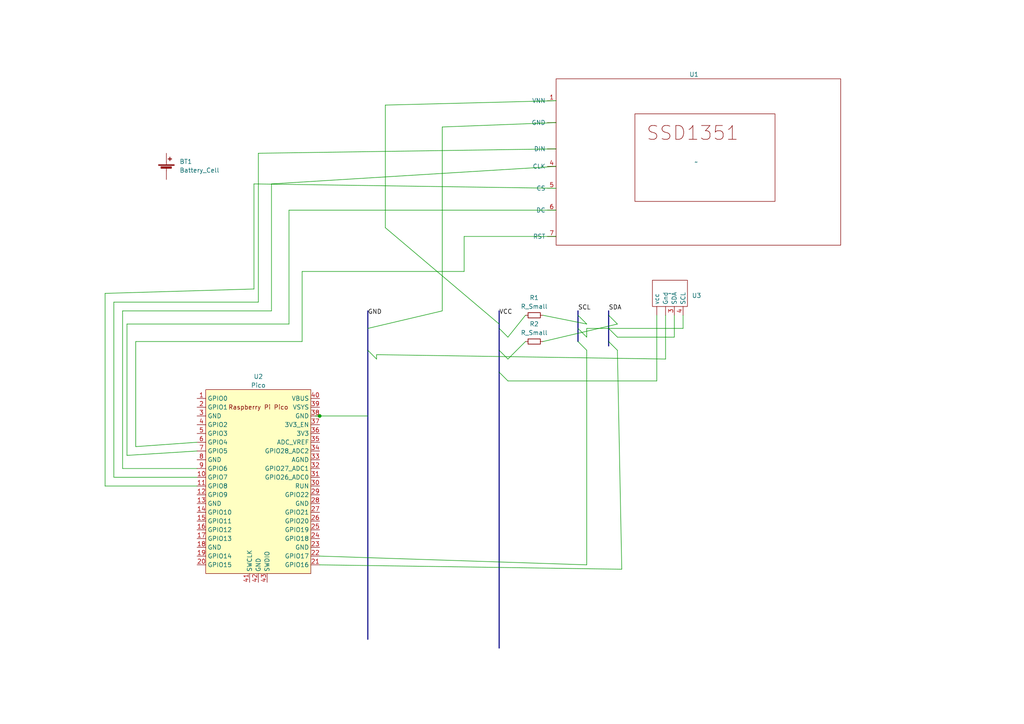
<source format=kicad_sch>
(kicad_sch (version 20230121) (generator eeschema)
  (paper "A4")
  (lib_symbols
    (symbol "CustomComponents:PN532"
      (property "Reference" "U" (at 0 0 0))
      (symbol "PN532_0_1"
        (rectangle (start -5.08 3.81) (end 5.08 -3.81))
      )
      (symbol "PN532_1_1"
        (pin input line (at -1.27 -6.35 90) (length 2.54) (name "Gnd") (number ""))
        (pin input line (at -3.81 -6.35 90) (length 2.54) (name "vcc") (number ""))
        (pin bidirectional line (at 1.27 -6.35 90) (length 2.54) (name "SDA") (number "3"))
        (pin input line (at 3.81 -6.35 90) (length 2.54) (name "SCL") (number "4"))
      )
    )
    (symbol "CustomComponents:Pico"
      (property "Reference" "U" (at -13.97 27.94 0))
      (property "Value" "Pico" (at 0 19.05 0))
      (symbol "Pico_0_0"
        (text "Raspberry Pi Pico" (at 0 21.59 0) (effects (font (size 1.27 1.27))))
      )
      (symbol "Pico_0_1"
        (rectangle (start -15.24 26.67) (end 15.24 -26.67) (fill (type background)))
      )
      (symbol "Pico_1_1"
        (pin bidirectional line (at -17.78 24.13 0) (length 2.54) (name "GPIO0") (number "1"))
        (pin bidirectional line (at -17.78 1.27 0) (length 2.54) (name "GPIO7") (number "10"))
        (pin bidirectional line (at -17.78 -1.27 0) (length 2.54) (name "GPIO8") (number "11"))
        (pin bidirectional line (at -17.78 -3.81 0) (length 2.54) (name "GPIO9") (number "12"))
        (pin power_in line (at -17.78 -6.35 0) (length 2.54) (name "GND") (number "13"))
        (pin bidirectional line (at -17.78 -8.89 0) (length 2.54) (name "GPIO10") (number "14"))
        (pin bidirectional line (at -17.78 -11.43 0) (length 2.54) (name "GPIO11") (number "15"))
        (pin bidirectional line (at -17.78 -13.97 0) (length 2.54) (name "GPIO12") (number "16"))
        (pin bidirectional line (at -17.78 -16.51 0) (length 2.54) (name "GPIO13") (number "17"))
        (pin power_in line (at -17.78 -19.05 0) (length 2.54) (name "GND") (number "18"))
        (pin bidirectional line (at -17.78 -21.59 0) (length 2.54) (name "GPIO14") (number "19"))
        (pin bidirectional line (at -17.78 21.59 0) (length 2.54) (name "GPIO1") (number "2"))
        (pin bidirectional line (at -17.78 -24.13 0) (length 2.54) (name "GPIO15") (number "20"))
        (pin bidirectional line (at 17.78 -24.13 180) (length 2.54) (name "GPIO16") (number "21"))
        (pin bidirectional line (at 17.78 -21.59 180) (length 2.54) (name "GPIO17") (number "22"))
        (pin power_in line (at 17.78 -19.05 180) (length 2.54) (name "GND") (number "23"))
        (pin bidirectional line (at 17.78 -16.51 180) (length 2.54) (name "GPIO18") (number "24"))
        (pin bidirectional line (at 17.78 -13.97 180) (length 2.54) (name "GPIO19") (number "25"))
        (pin bidirectional line (at 17.78 -11.43 180) (length 2.54) (name "GPIO20") (number "26"))
        (pin bidirectional line (at 17.78 -8.89 180) (length 2.54) (name "GPIO21") (number "27"))
        (pin power_in line (at 17.78 -6.35 180) (length 2.54) (name "GND") (number "28"))
        (pin bidirectional line (at 17.78 -3.81 180) (length 2.54) (name "GPIO22") (number "29"))
        (pin power_in line (at -17.78 19.05 0) (length 2.54) (name "GND") (number "3"))
        (pin input line (at 17.78 -1.27 180) (length 2.54) (name "RUN") (number "30"))
        (pin bidirectional line (at 17.78 1.27 180) (length 2.54) (name "GPIO26_ADC0") (number "31"))
        (pin bidirectional line (at 17.78 3.81 180) (length 2.54) (name "GPIO27_ADC1") (number "32"))
        (pin power_in line (at 17.78 6.35 180) (length 2.54) (name "AGND") (number "33"))
        (pin bidirectional line (at 17.78 8.89 180) (length 2.54) (name "GPIO28_ADC2") (number "34"))
        (pin power_in line (at 17.78 11.43 180) (length 2.54) (name "ADC_VREF") (number "35"))
        (pin power_in line (at 17.78 13.97 180) (length 2.54) (name "3V3") (number "36"))
        (pin input line (at 17.78 16.51 180) (length 2.54) (name "3V3_EN") (number "37"))
        (pin bidirectional line (at 17.78 19.05 180) (length 2.54) (name "GND") (number "38"))
        (pin power_in line (at 17.78 21.59 180) (length 2.54) (name "VSYS") (number "39"))
        (pin bidirectional line (at -17.78 16.51 0) (length 2.54) (name "GPIO2") (number "4"))
        (pin power_in line (at 17.78 24.13 180) (length 2.54) (name "VBUS") (number "40"))
        (pin input line (at -2.54 -29.21 90) (length 2.54) (name "SWCLK") (number "41"))
        (pin power_in line (at 0 -29.21 90) (length 2.54) (name "GND") (number "42"))
        (pin bidirectional line (at 2.54 -29.21 90) (length 2.54) (name "SWDIO") (number "43"))
        (pin bidirectional line (at -17.78 13.97 0) (length 2.54) (name "GPIO3") (number "5"))
        (pin bidirectional line (at -17.78 11.43 0) (length 2.54) (name "GPIO4") (number "6"))
        (pin bidirectional line (at -17.78 8.89 0) (length 2.54) (name "GPIO5") (number "7"))
        (pin power_in line (at -17.78 6.35 0) (length 2.54) (name "GND") (number "8"))
        (pin bidirectional line (at -17.78 3.81 0) (length 2.54) (name "GPIO6") (number "9"))
      )
    )
    (symbol "CustomComponents:SSD1351"
      (property "Reference" "U" (at 0 0 0))
      (symbol "SSD1351_0_0"
        (text_box "SSD1351" (at -17.78 13.97 0) (size 40.64 -25.4) (effects (font (size 4 4)) (justify left top)))
      )
      (symbol "SSD1351_0_1"
        (rectangle (start -40.64 24.13) (end 41.91 -24.13))
      )
      (symbol "SSD1351_1_1"
        (pin input line (at -40.64 3.81 180) (length 2.54) (name "DIN") (number ""))
        (pin input line (at -40.64 11.43 180) (length 2.54) (name "GND") (number ""))
        (pin input line (at -40.64 17.78 180) (length 2.54) (name "VNN") (number "1"))
        (pin input line (at -40.64 -1.27 180) (length 2.54) (name "CLK") (number "4"))
        (pin input line (at -40.64 -7.62 180) (length 2.54) (name "CS") (number "5"))
        (pin input line (at -40.64 -13.97 180) (length 2.54) (name "DC") (number "6"))
        (pin input line (at -40.64 -21.59 180) (length 2.54) (name "RST") (number "7"))
      )
    )
    (symbol "Device:Battery_Cell" (pin_numbers hide) (pin_names (offset 0) hide)
      (property "Reference" "BT" (at 2.54 2.54 0))
      (property "Value" "Battery_Cell" (at 2.54 0 0))
      (symbol "Battery_Cell_0_1"
        (rectangle (start -2.286 1.778) (end 2.286 1.524) (fill (type outline)))
        (rectangle (start -1.5748 1.1938) (end 1.4732 0.6858) (fill (type outline)))
        (polyline (pts (xy 0 0.762) (xy 0 0)))
        (polyline (pts (xy 0 1.778) (xy 0 2.54)))
        (polyline (pts (xy 0.508 3.429) (xy 1.524 3.429)) (stroke (width 0.254)))
        (polyline (pts (xy 1.016 3.937) (xy 1.016 2.921)) (stroke (width 0.254)))
      )
      (symbol "Battery_Cell_1_1"
        (pin passive line (at 0 5.08 270) (length 2.54) (name "+") (number "1"))
        (pin passive line (at 0 -2.54 90) (length 2.54) (name "-") (number "2"))
      )
    )
    (symbol "Device:R_Small" (pin_numbers hide) (pin_names (offset 0.254) hide)
      (property "Reference" "R" (at 0.762 0.508 0))
      (property "Value" "R_Small" (at 0.762 -1.016 0))
      (symbol "R_Small_0_1"
        (rectangle (start -0.762 1.778) (end 0.762 -1.778) (stroke (width 0.2032)))
      )
      (symbol "R_Small_1_1"
        (pin passive line (at 0 2.54 270) (length 0.762) (name "~") (number "1"))
        (pin passive line (at 0 -2.54 90) (length 0.762) (name "~") (number "2"))
      )
    )
  )
  (junction (at 92.71 120.65))
  (bus_entry (at 176.53 91.44) (size 2.54 2.54))
  (bus_entry (at 144.78 101.6) (size 2.54 2.54))
  (bus_entry (at 167.64 91.44) (size 2.54 2.54))
  (bus_entry (at 167.64 99.06) (size 2.54 2.54))
  (bus_entry (at 106.68 101.6) (size 2.54 2.54))
  (bus_entry (at 167.64 95.25) (size 2.54 2.54))
  (bus_entry (at 176.53 99.06) (size 2.54 2.54))
  (bus_entry (at 144.78 95.25) (size 2.54 2.54))
  (bus_entry (at 144.78 107.95) (size 2.54 2.54))
  (bus_entry (at 176.53 95.25) (size 2.54 2.54))
  (wire (pts (xy 87.63 99.06) (xy 87.63 78.74)))
  (bus (pts (xy 144.78 107.95) (xy 144.78 187.96)))
  (wire (pts (xy 109.22 102.87) (xy 109.22 104.14)))
  (wire (pts (xy 176.53 95.25) (xy 170.18 95.25)))
  (wire (pts (xy 35.56 90.17) (xy 78.74 90.17)))
  (wire (pts (xy 179.07 93.98) (xy 157.48 99.06)))
  (bus (pts (xy 176.53 90.17) (xy 176.53 91.44)))
  (bus (pts (xy 106.68 101.6) (xy 106.68 185.42)))
  (bus (pts (xy 167.64 90.17) (xy 167.64 91.44)))
  (wire (pts (xy 35.56 135.89) (xy 35.56 90.17)))
  (wire (pts (xy 134.62 68.58) (xy 161.29 68.58)))
  (wire (pts (xy 74.93 44.45) (xy 161.29 43.18)))
  (wire (pts (xy 170.18 101.6) (xy 170.18 163.83)))
  (wire (pts (xy 128.27 36.83) (xy 161.29 35.56)))
  (wire (pts (xy 180.34 165.1) (xy 92.71 163.83)))
  (wire (pts (xy 193.04 104.14) (xy 109.22 102.87)))
  (wire (pts (xy 128.27 90.17) (xy 128.27 36.83)))
  (wire (pts (xy 78.74 53.34) (xy 78.74 90.17)))
  (wire (pts (xy 74.93 87.63) (xy 74.93 44.45)))
  (wire (pts (xy 147.32 110.49) (xy 190.5 110.49)))
  (wire (pts (xy 190.5 110.49) (xy 190.5 91.44)))
  (bus (pts (xy 106.68 90.17) (xy 106.68 101.6)))
  (wire (pts (xy 57.15 138.43) (xy 33.02 138.43)))
  (bus (pts (xy 144.78 90.17) (xy 144.78 95.25)))
  (wire (pts (xy 161.29 54.61) (xy 73.66 53.34)))
  (wire (pts (xy 152.4 91.44) (xy 147.32 97.79)))
  (wire (pts (xy 36.83 93.98) (xy 83.82 93.98)))
  (wire (pts (xy 73.66 53.34) (xy 73.66 83.82)))
  (bus (pts (xy 167.64 91.44) (xy 167.64 95.25)))
  (bus (pts (xy 176.53 95.25) (xy 176.53 99.06)))
  (wire (pts (xy 30.48 85.09) (xy 30.48 140.97)))
  (wire (pts (xy 39.37 99.06) (xy 39.37 129.54)))
  (wire (pts (xy 83.82 60.96) (xy 161.29 60.96)))
  (wire (pts (xy 152.4 99.06) (xy 147.32 104.14)))
  (bus (pts (xy 176.53 91.44) (xy 176.53 95.25)))
  (wire (pts (xy 91.44 120.65) (xy 92.71 120.65)))
  (wire (pts (xy 170.18 95.25) (xy 170.18 97.79)))
  (wire (pts (xy 57.15 135.89) (xy 35.56 135.89)))
  (bus (pts (xy 144.78 101.6) (xy 144.78 107.95)))
  (wire (pts (xy 111.76 66.04) (xy 144.78 93.98)))
  (wire (pts (xy 170.18 163.83) (xy 92.71 161.29)))
  (wire (pts (xy 106.68 95.25) (xy 128.27 90.17)))
  (wire (pts (xy 33.02 87.63) (xy 74.93 87.63)))
  (wire (pts (xy 78.74 53.34) (xy 161.29 48.26)))
  (wire (pts (xy 198.12 91.44) (xy 198.12 95.25)))
  (bus (pts (xy 176.53 99.06) (xy 176.53 100.33)))
  (wire (pts (xy 39.37 99.06) (xy 87.63 99.06)))
  (wire (pts (xy 134.62 78.74) (xy 134.62 68.58)))
  (wire (pts (xy 170.18 93.98) (xy 157.48 91.44)))
  (wire (pts (xy 30.48 140.97) (xy 57.15 140.97)))
  (wire (pts (xy 57.15 130.81) (xy 36.83 132.08)))
  (wire (pts (xy 179.07 101.6) (xy 180.34 165.1)))
  (wire (pts (xy 36.83 132.08) (xy 36.83 93.98)))
  (wire (pts (xy 195.58 97.79) (xy 195.58 91.44)))
  (wire (pts (xy 83.82 93.98) (xy 83.82 60.96)))
  (wire (pts (xy 92.71 120.65) (xy 106.68 120.65)))
  (wire (pts (xy 111.76 30.48) (xy 161.29 29.21)))
  (wire (pts (xy 87.63 78.74) (xy 134.62 78.74)))
  (wire (pts (xy 193.04 91.44) (xy 193.04 104.14)))
  (wire (pts (xy 179.07 97.79) (xy 195.58 97.79)))
  (bus (pts (xy 167.64 95.25) (xy 167.64 99.06)))
  (wire (pts (xy 73.66 83.82) (xy 30.48 85.09)))
  (wire (pts (xy 39.37 129.54) (xy 57.15 128.27)))
  (bus (pts (xy 144.78 95.25) (xy 144.78 101.6)))
  (wire (pts (xy 198.12 95.25) (xy 176.53 95.25)))
  (wire (pts (xy 33.02 138.43) (xy 33.02 87.63)))
  (wire (pts (xy 111.76 66.04) (xy 111.76 30.48)))
  (label "VCC" (at 144.78 91.44 0))
  (label "SCL" (at 167.64 90.17 0))
  (label "SDA" (at 176.53 90.17 0))
  (label "GND" (at 106.68 91.44 0))
  (symbol (lib_id "Device:Battery_Cell") (at 48.26 49.53 0) (unit 1)
    (property "Reference" "BT1" (at 52.07 46.863 0) (effects (justify left)))
    (property "Value" "Battery_Cell" (at 52.07 49.403 0) (effects (justify left)))
    (property "Footprint" "CustomModules:SSD1351" (effects hide))
  )
  (symbol (lib_id "CustomComponents:PN532") (at 194.31 85.09 0) (unit 1)
    (property "Reference" "U3" (at 200.66 85.725 0) (effects (justify left)))
    (property "Value" "~" (at 194.31 85.09 0))
  )
  (symbol (lib_id "CustomComponents:Pico") (at 74.93 139.7 0) (unit 1)
    (property "Reference" "U2" (at 74.93 109.22 0))
    (property "Value" "Pico" (at 74.93 111.76 0))
    (property "Footprint" "RPi_Pico:RPi_Pico_SMD_TH" (effects hide))
  )
  (symbol (lib_id "Device:R_Small") (at 154.94 91.44 90) (unit 1)
    (property "Reference" "R1" (at 154.94 86.36 90))
    (property "Value" "R_Small" (at 154.94 88.9 90))
  )
  (symbol (lib_id "Device:R_Small") (at 154.94 99.06 90) (unit 1)
    (property "Reference" "R2" (at 154.94 93.98 90))
    (property "Value" "R_Small" (at 154.94 96.52 90))
  )
  (symbol (lib_id "CustomComponents:SSD1351") (at 201.93 46.99 0) (unit 1)
    (property "Reference" "U1" (at 201.295 21.59 0))
    (property "Value" "~" (at 201.93 46.99 0))
  )
)
</source>
